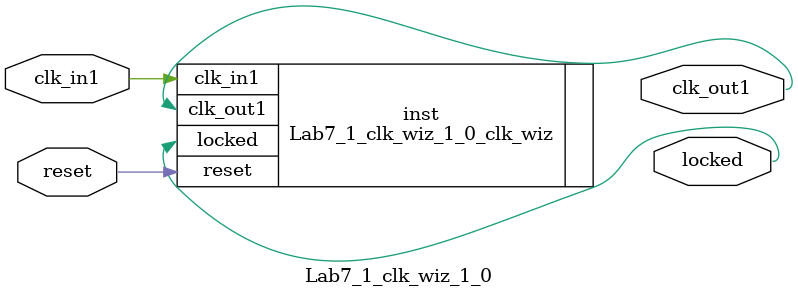
<source format=v>


`timescale 1ps/1ps

(* CORE_GENERATION_INFO = "Lab7_1_clk_wiz_1_0,clk_wiz_v6_0_11_0_0,{component_name=Lab7_1_clk_wiz_1_0,use_phase_alignment=true,use_min_o_jitter=false,use_max_i_jitter=false,use_dyn_phase_shift=false,use_inclk_switchover=false,use_dyn_reconfig=false,enable_axi=0,feedback_source=FDBK_AUTO,PRIMITIVE=MMCM,num_out_clk=1,clkin1_period=10.000,clkin2_period=10.000,use_power_down=false,use_reset=true,use_locked=true,use_inclk_stopped=false,feedback_type=SINGLE,CLOCK_MGR_TYPE=NA,manual_override=false}" *)

module Lab7_1_clk_wiz_1_0 
 (
  // Clock out ports
  output        clk_out1,
  // Status and control signals
  input         reset,
  output        locked,
 // Clock in ports
  input         clk_in1
 );

  Lab7_1_clk_wiz_1_0_clk_wiz inst
  (
  // Clock out ports  
  .clk_out1(clk_out1),
  // Status and control signals               
  .reset(reset), 
  .locked(locked),
 // Clock in ports
  .clk_in1(clk_in1)
  );

endmodule

</source>
